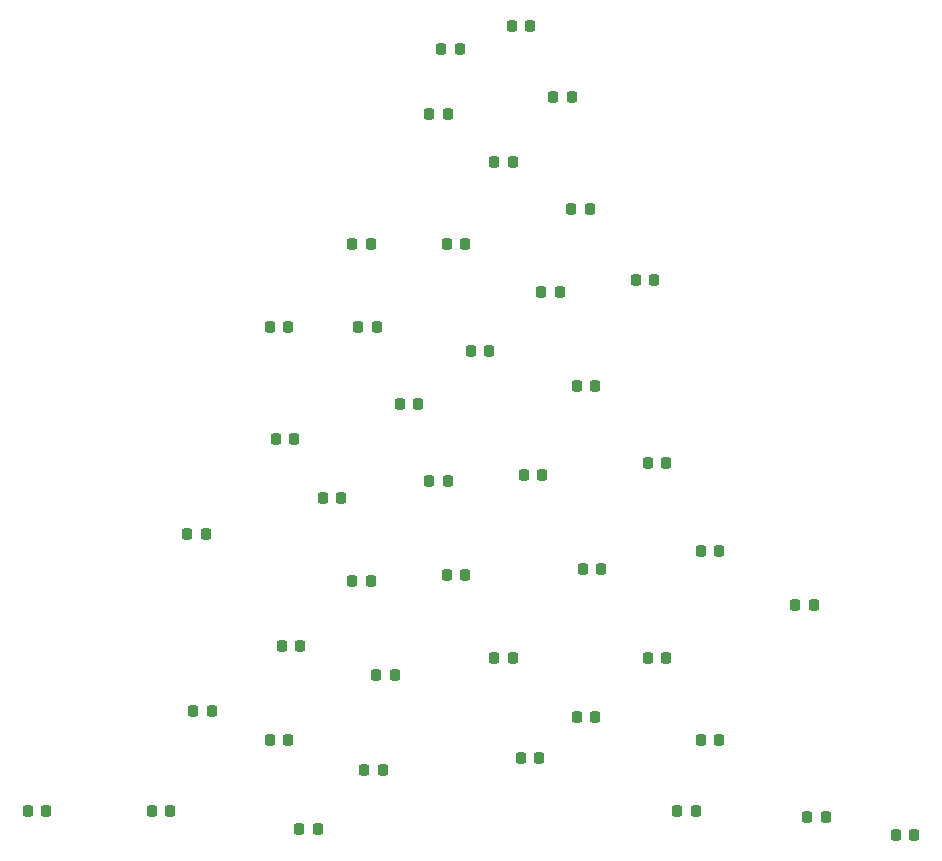
<source format=gbr>
%TF.GenerationSoftware,KiCad,Pcbnew,6.0.7*%
%TF.CreationDate,2022-12-24T10:16:03+01:00*%
%TF.ProjectId,xs-front,786d6173-2d73-46e6-9f6f-70792d626173,rev?*%
%TF.SameCoordinates,Original*%
%TF.FileFunction,Paste,Top*%
%TF.FilePolarity,Positive*%
%FSLAX46Y46*%
G04 Gerber Fmt 4.6, Leading zero omitted, Abs format (unit mm)*
G04 Created by KiCad (PCBNEW 6.0.7) date 2022-12-24 10:16:03*
%MOMM*%
%LPD*%
G01*
G04 APERTURE LIST*
G04 Aperture macros list*
%AMRoundRect*
0 Rectangle with rounded corners*
0 $1 Rounding radius*
0 $2 $3 $4 $5 $6 $7 $8 $9 X,Y pos of 4 corners*
0 Add a 4 corners polygon primitive as box body*
4,1,4,$2,$3,$4,$5,$6,$7,$8,$9,$2,$3,0*
0 Add four circle primitives for the rounded corners*
1,1,$1+$1,$2,$3*
1,1,$1+$1,$4,$5*
1,1,$1+$1,$6,$7*
1,1,$1+$1,$8,$9*
0 Add four rect primitives between the rounded corners*
20,1,$1+$1,$2,$3,$4,$5,0*
20,1,$1+$1,$4,$5,$6,$7,0*
20,1,$1+$1,$6,$7,$8,$9,0*
20,1,$1+$1,$8,$9,$2,$3,0*%
G04 Aperture macros list end*
%ADD10RoundRect,0.218750X0.218750X0.256250X-0.218750X0.256250X-0.218750X-0.256250X0.218750X-0.256250X0*%
%ADD11RoundRect,0.218750X-0.218750X-0.256250X0.218750X-0.256250X0.218750X0.256250X-0.218750X0.256250X0*%
G04 APERTURE END LIST*
D10*
%TO.C,D4*%
X136787500Y-137500000D03*
X135212500Y-137500000D03*
%TD*%
D11*
%TO.C,D28*%
X89712500Y-94500000D03*
X91287500Y-94500000D03*
%TD*%
D10*
%TO.C,D6*%
X120287500Y-129500000D03*
X118712500Y-129500000D03*
%TD*%
D11*
%TO.C,D35*%
X83212500Y-121500000D03*
X84787500Y-121500000D03*
%TD*%
D10*
%TO.C,D9*%
X115787500Y-122500000D03*
X114212500Y-122500000D03*
%TD*%
%TO.C,D5*%
X129287500Y-136000000D03*
X127712500Y-136000000D03*
%TD*%
D11*
%TO.C,D22*%
X106212500Y-75000000D03*
X107787500Y-75000000D03*
%TD*%
%TO.C,D39*%
X75712500Y-127000000D03*
X77287500Y-127000000D03*
%TD*%
%TO.C,D33*%
X82712500Y-104000000D03*
X84287500Y-104000000D03*
%TD*%
%TO.C,D24*%
X96712500Y-71000000D03*
X98287500Y-71000000D03*
%TD*%
%TO.C,D26*%
X95712500Y-76500000D03*
X97287500Y-76500000D03*
%TD*%
%TO.C,D40*%
X61712500Y-135500000D03*
X63287500Y-135500000D03*
%TD*%
D10*
%TO.C,D17*%
X94787500Y-101000000D03*
X93212500Y-101000000D03*
%TD*%
%TO.C,D10*%
X102787500Y-122500000D03*
X101212500Y-122500000D03*
%TD*%
D11*
%TO.C,D32*%
X86712500Y-109000000D03*
X88287500Y-109000000D03*
%TD*%
D10*
%TO.C,D12*%
X98787500Y-115500000D03*
X97212500Y-115500000D03*
%TD*%
%TO.C,D1*%
X118287500Y-135500000D03*
X116712500Y-135500000D03*
%TD*%
D11*
%TO.C,D25*%
X97212500Y-87500000D03*
X98787500Y-87500000D03*
%TD*%
%TO.C,D30*%
X82212500Y-94500000D03*
X83787500Y-94500000D03*
%TD*%
D10*
%TO.C,D20*%
X106787500Y-91500000D03*
X105212500Y-91500000D03*
%TD*%
D11*
%TO.C,D27*%
X101212500Y-80500000D03*
X102787500Y-80500000D03*
%TD*%
D10*
%TO.C,D2*%
X109787500Y-127500000D03*
X108212500Y-127500000D03*
%TD*%
%TO.C,D7*%
X120287500Y-113500000D03*
X118712500Y-113500000D03*
%TD*%
D11*
%TO.C,D37*%
X82212500Y-129500000D03*
X83787500Y-129500000D03*
%TD*%
%TO.C,D31*%
X75212500Y-112000000D03*
X76787500Y-112000000D03*
%TD*%
D10*
%TO.C,D14*%
X115787500Y-106000000D03*
X114212500Y-106000000D03*
%TD*%
%TO.C,D11*%
X110287500Y-115000000D03*
X108712500Y-115000000D03*
%TD*%
%TO.C,D19*%
X114787500Y-90500000D03*
X113212500Y-90500000D03*
%TD*%
%TO.C,D18*%
X109787500Y-99500000D03*
X108212500Y-99500000D03*
%TD*%
D11*
%TO.C,D42*%
X84712500Y-137000000D03*
X86287500Y-137000000D03*
%TD*%
D10*
%TO.C,D8*%
X128287500Y-118000000D03*
X126712500Y-118000000D03*
%TD*%
D11*
%TO.C,D23*%
X102712500Y-69000000D03*
X104287500Y-69000000D03*
%TD*%
D10*
%TO.C,D15*%
X105287500Y-107000000D03*
X103712500Y-107000000D03*
%TD*%
%TO.C,D21*%
X109287500Y-84500000D03*
X107712500Y-84500000D03*
%TD*%
D11*
%TO.C,D34*%
X89212500Y-116000000D03*
X90787500Y-116000000D03*
%TD*%
%TO.C,D3*%
X103462500Y-131000000D03*
X105037500Y-131000000D03*
%TD*%
%TO.C,D29*%
X89212500Y-87500000D03*
X90787500Y-87500000D03*
%TD*%
%TO.C,D38*%
X90212500Y-132000000D03*
X91787500Y-132000000D03*
%TD*%
%TO.C,D36*%
X91212500Y-124000000D03*
X92787500Y-124000000D03*
%TD*%
%TO.C,D41*%
X72212500Y-135500000D03*
X73787500Y-135500000D03*
%TD*%
D10*
%TO.C,D16*%
X100787500Y-96500000D03*
X99212500Y-96500000D03*
%TD*%
%TO.C,D13*%
X97287500Y-107500000D03*
X95712500Y-107500000D03*
%TD*%
M02*

</source>
